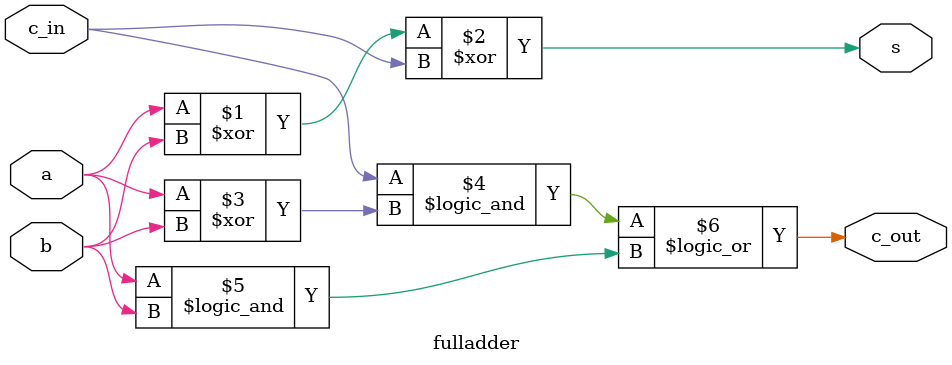
<source format=v>
`timescale 1ns / 1ps


module fulladder(
    input a, b, c_in,
    output c_out, s
   );
   assign s = (a^b)^c_in;
   assign c_out = (c_in&&(a^b)) || (a&&b);
endmodule

</source>
